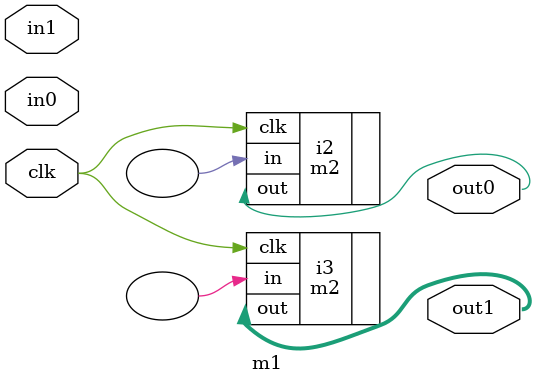
<source format=v>
module m1(
clk,
in0,
in1,
out0,
out1
);

input clk;
input in0;
input in1;
output out0;
output [7:0] out1;

m2 i2(.clk(clk),.in(), .out(out0));
m2 i3(.clk(clk),.in(), .out(out1));
endmodule

</source>
